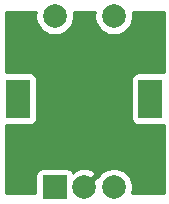
<source format=gbr>
G04 #@! TF.GenerationSoftware,KiCad,Pcbnew,5.1.5+dfsg1-2build2*
G04 #@! TF.CreationDate,2021-02-19T16:21:08+00:00*
G04 #@! TF.ProjectId,plate,706c6174-652e-46b6-9963-61645f706362,rev?*
G04 #@! TF.SameCoordinates,Original*
G04 #@! TF.FileFunction,Copper,L1,Top*
G04 #@! TF.FilePolarity,Positive*
%FSLAX46Y46*%
G04 Gerber Fmt 4.6, Leading zero omitted, Abs format (unit mm)*
G04 Created by KiCad (PCBNEW 5.1.5+dfsg1-2build2) date 2021-02-19 16:21:08*
%MOMM*%
%LPD*%
G04 APERTURE LIST*
%ADD10R,2.000000X2.000000*%
%ADD11C,2.000000*%
%ADD12R,2.000000X3.200000*%
%ADD13C,0.254000*%
G04 APERTURE END LIST*
D10*
X178765000Y-126670000D03*
D11*
X181265000Y-126670000D03*
X183765000Y-126670000D03*
D12*
X175665000Y-119170000D03*
X186865000Y-119170000D03*
D11*
X178765000Y-112170000D03*
X183765000Y-112170000D03*
D13*
G36*
X177130000Y-112008967D02*
G01*
X177130000Y-112331033D01*
X177192832Y-112646912D01*
X177316082Y-112944463D01*
X177495013Y-113212252D01*
X177722748Y-113439987D01*
X177990537Y-113618918D01*
X178288088Y-113742168D01*
X178603967Y-113805000D01*
X178926033Y-113805000D01*
X179241912Y-113742168D01*
X179539463Y-113618918D01*
X179807252Y-113439987D01*
X180034987Y-113212252D01*
X180213918Y-112944463D01*
X180337168Y-112646912D01*
X180400000Y-112331033D01*
X180400000Y-112008967D01*
X180360264Y-111809200D01*
X182169736Y-111809200D01*
X182130000Y-112008967D01*
X182130000Y-112331033D01*
X182192832Y-112646912D01*
X182316082Y-112944463D01*
X182495013Y-113212252D01*
X182722748Y-113439987D01*
X182990537Y-113618918D01*
X183288088Y-113742168D01*
X183603967Y-113805000D01*
X183926033Y-113805000D01*
X184241912Y-113742168D01*
X184539463Y-113618918D01*
X184807252Y-113439987D01*
X185034987Y-113212252D01*
X185213918Y-112944463D01*
X185337168Y-112646912D01*
X185400000Y-112331033D01*
X185400000Y-112008967D01*
X185360264Y-111809200D01*
X187987000Y-111809200D01*
X187987000Y-116943944D01*
X187865000Y-116931928D01*
X185865000Y-116931928D01*
X185740518Y-116944188D01*
X185620820Y-116980498D01*
X185510506Y-117039463D01*
X185413815Y-117118815D01*
X185334463Y-117215506D01*
X185275498Y-117325820D01*
X185239188Y-117445518D01*
X185226928Y-117570000D01*
X185226928Y-120770000D01*
X185239188Y-120894482D01*
X185275498Y-121014180D01*
X185334463Y-121124494D01*
X185413815Y-121221185D01*
X185510506Y-121300537D01*
X185620820Y-121359502D01*
X185740518Y-121395812D01*
X185865000Y-121408072D01*
X187865000Y-121408072D01*
X187987001Y-121396056D01*
X187987001Y-127154000D01*
X185334232Y-127154000D01*
X185337168Y-127146912D01*
X185400000Y-126831033D01*
X185400000Y-126508967D01*
X185337168Y-126193088D01*
X185213918Y-125895537D01*
X185034987Y-125627748D01*
X184807252Y-125400013D01*
X184539463Y-125221082D01*
X184241912Y-125097832D01*
X183926033Y-125035000D01*
X183603967Y-125035000D01*
X183288088Y-125097832D01*
X182990537Y-125221082D01*
X182722748Y-125400013D01*
X182495013Y-125627748D01*
X182430075Y-125724935D01*
X182400413Y-125714192D01*
X181444605Y-126670000D01*
X181458748Y-126684143D01*
X181279143Y-126863748D01*
X181265000Y-126849605D01*
X181250858Y-126863748D01*
X181071253Y-126684143D01*
X181085395Y-126670000D01*
X181071253Y-126655858D01*
X181250858Y-126476253D01*
X181265000Y-126490395D01*
X182220808Y-125534587D01*
X182125044Y-125270186D01*
X181835429Y-125129296D01*
X181523892Y-125047616D01*
X181202405Y-125028282D01*
X180883325Y-125072039D01*
X180578912Y-125177205D01*
X180404956Y-125270186D01*
X180350976Y-125419223D01*
X180295537Y-125315506D01*
X180216185Y-125218815D01*
X180119494Y-125139463D01*
X180009180Y-125080498D01*
X179889482Y-125044188D01*
X179765000Y-125031928D01*
X177765000Y-125031928D01*
X177640518Y-125044188D01*
X177520820Y-125080498D01*
X177410506Y-125139463D01*
X177313815Y-125218815D01*
X177234463Y-125315506D01*
X177175498Y-125425820D01*
X177139188Y-125545518D01*
X177126928Y-125670000D01*
X177126928Y-127154000D01*
X174598000Y-127154000D01*
X174598000Y-121401473D01*
X174665000Y-121408072D01*
X176665000Y-121408072D01*
X176789482Y-121395812D01*
X176909180Y-121359502D01*
X177019494Y-121300537D01*
X177116185Y-121221185D01*
X177195537Y-121124494D01*
X177254502Y-121014180D01*
X177290812Y-120894482D01*
X177303072Y-120770000D01*
X177303072Y-117570000D01*
X177290812Y-117445518D01*
X177254502Y-117325820D01*
X177195537Y-117215506D01*
X177116185Y-117118815D01*
X177019494Y-117039463D01*
X176909180Y-116980498D01*
X176789482Y-116944188D01*
X176665000Y-116931928D01*
X174665000Y-116931928D01*
X174598000Y-116938527D01*
X174598000Y-111809200D01*
X177169736Y-111809200D01*
X177130000Y-112008967D01*
G37*
X177130000Y-112008967D02*
X177130000Y-112331033D01*
X177192832Y-112646912D01*
X177316082Y-112944463D01*
X177495013Y-113212252D01*
X177722748Y-113439987D01*
X177990537Y-113618918D01*
X178288088Y-113742168D01*
X178603967Y-113805000D01*
X178926033Y-113805000D01*
X179241912Y-113742168D01*
X179539463Y-113618918D01*
X179807252Y-113439987D01*
X180034987Y-113212252D01*
X180213918Y-112944463D01*
X180337168Y-112646912D01*
X180400000Y-112331033D01*
X180400000Y-112008967D01*
X180360264Y-111809200D01*
X182169736Y-111809200D01*
X182130000Y-112008967D01*
X182130000Y-112331033D01*
X182192832Y-112646912D01*
X182316082Y-112944463D01*
X182495013Y-113212252D01*
X182722748Y-113439987D01*
X182990537Y-113618918D01*
X183288088Y-113742168D01*
X183603967Y-113805000D01*
X183926033Y-113805000D01*
X184241912Y-113742168D01*
X184539463Y-113618918D01*
X184807252Y-113439987D01*
X185034987Y-113212252D01*
X185213918Y-112944463D01*
X185337168Y-112646912D01*
X185400000Y-112331033D01*
X185400000Y-112008967D01*
X185360264Y-111809200D01*
X187987000Y-111809200D01*
X187987000Y-116943944D01*
X187865000Y-116931928D01*
X185865000Y-116931928D01*
X185740518Y-116944188D01*
X185620820Y-116980498D01*
X185510506Y-117039463D01*
X185413815Y-117118815D01*
X185334463Y-117215506D01*
X185275498Y-117325820D01*
X185239188Y-117445518D01*
X185226928Y-117570000D01*
X185226928Y-120770000D01*
X185239188Y-120894482D01*
X185275498Y-121014180D01*
X185334463Y-121124494D01*
X185413815Y-121221185D01*
X185510506Y-121300537D01*
X185620820Y-121359502D01*
X185740518Y-121395812D01*
X185865000Y-121408072D01*
X187865000Y-121408072D01*
X187987001Y-121396056D01*
X187987001Y-127154000D01*
X185334232Y-127154000D01*
X185337168Y-127146912D01*
X185400000Y-126831033D01*
X185400000Y-126508967D01*
X185337168Y-126193088D01*
X185213918Y-125895537D01*
X185034987Y-125627748D01*
X184807252Y-125400013D01*
X184539463Y-125221082D01*
X184241912Y-125097832D01*
X183926033Y-125035000D01*
X183603967Y-125035000D01*
X183288088Y-125097832D01*
X182990537Y-125221082D01*
X182722748Y-125400013D01*
X182495013Y-125627748D01*
X182430075Y-125724935D01*
X182400413Y-125714192D01*
X181444605Y-126670000D01*
X181458748Y-126684143D01*
X181279143Y-126863748D01*
X181265000Y-126849605D01*
X181250858Y-126863748D01*
X181071253Y-126684143D01*
X181085395Y-126670000D01*
X181071253Y-126655858D01*
X181250858Y-126476253D01*
X181265000Y-126490395D01*
X182220808Y-125534587D01*
X182125044Y-125270186D01*
X181835429Y-125129296D01*
X181523892Y-125047616D01*
X181202405Y-125028282D01*
X180883325Y-125072039D01*
X180578912Y-125177205D01*
X180404956Y-125270186D01*
X180350976Y-125419223D01*
X180295537Y-125315506D01*
X180216185Y-125218815D01*
X180119494Y-125139463D01*
X180009180Y-125080498D01*
X179889482Y-125044188D01*
X179765000Y-125031928D01*
X177765000Y-125031928D01*
X177640518Y-125044188D01*
X177520820Y-125080498D01*
X177410506Y-125139463D01*
X177313815Y-125218815D01*
X177234463Y-125315506D01*
X177175498Y-125425820D01*
X177139188Y-125545518D01*
X177126928Y-125670000D01*
X177126928Y-127154000D01*
X174598000Y-127154000D01*
X174598000Y-121401473D01*
X174665000Y-121408072D01*
X176665000Y-121408072D01*
X176789482Y-121395812D01*
X176909180Y-121359502D01*
X177019494Y-121300537D01*
X177116185Y-121221185D01*
X177195537Y-121124494D01*
X177254502Y-121014180D01*
X177290812Y-120894482D01*
X177303072Y-120770000D01*
X177303072Y-117570000D01*
X177290812Y-117445518D01*
X177254502Y-117325820D01*
X177195537Y-117215506D01*
X177116185Y-117118815D01*
X177019494Y-117039463D01*
X176909180Y-116980498D01*
X176789482Y-116944188D01*
X176665000Y-116931928D01*
X174665000Y-116931928D01*
X174598000Y-116938527D01*
X174598000Y-111809200D01*
X177169736Y-111809200D01*
X177130000Y-112008967D01*
M02*

</source>
